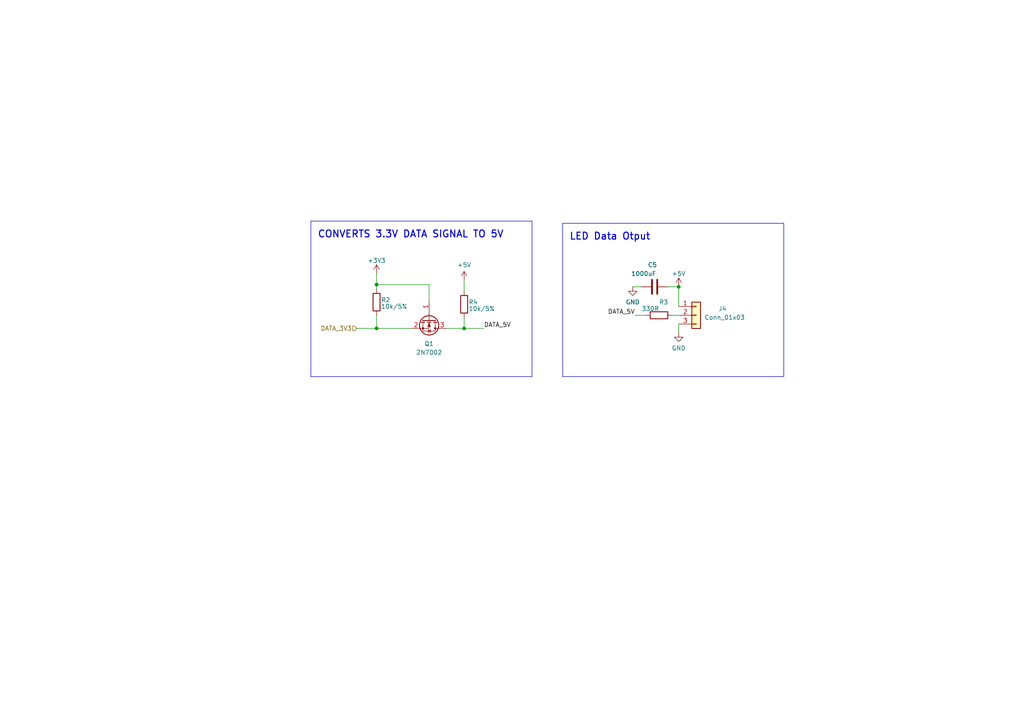
<source format=kicad_sch>
(kicad_sch (version 20230121) (generator eeschema)

  (uuid bbfa9207-5a38-49ed-b1ac-ddd6105ef167)

  (paper "A4")

  (lib_symbols
    (symbol "Connector_Generic:Conn_01x03" (pin_names (offset 1.016) hide) (in_bom yes) (on_board yes)
      (property "Reference" "J" (at 0 5.08 0)
        (effects (font (size 1.27 1.27)))
      )
      (property "Value" "Conn_01x03" (at 0 -5.08 0)
        (effects (font (size 1.27 1.27)))
      )
      (property "Footprint" "" (at 0 0 0)
        (effects (font (size 1.27 1.27)) hide)
      )
      (property "Datasheet" "~" (at 0 0 0)
        (effects (font (size 1.27 1.27)) hide)
      )
      (property "ki_keywords" "connector" (at 0 0 0)
        (effects (font (size 1.27 1.27)) hide)
      )
      (property "ki_description" "Generic connector, single row, 01x03, script generated (kicad-library-utils/schlib/autogen/connector/)" (at 0 0 0)
        (effects (font (size 1.27 1.27)) hide)
      )
      (property "ki_fp_filters" "Connector*:*_1x??_*" (at 0 0 0)
        (effects (font (size 1.27 1.27)) hide)
      )
      (symbol "Conn_01x03_1_1"
        (rectangle (start -1.27 -2.413) (end 0 -2.667)
          (stroke (width 0.1524) (type default))
          (fill (type none))
        )
        (rectangle (start -1.27 0.127) (end 0 -0.127)
          (stroke (width 0.1524) (type default))
          (fill (type none))
        )
        (rectangle (start -1.27 2.667) (end 0 2.413)
          (stroke (width 0.1524) (type default))
          (fill (type none))
        )
        (rectangle (start -1.27 3.81) (end 1.27 -3.81)
          (stroke (width 0.254) (type default))
          (fill (type background))
        )
        (pin passive line (at -5.08 2.54 0) (length 3.81)
          (name "Pin_1" (effects (font (size 1.27 1.27))))
          (number "1" (effects (font (size 1.27 1.27))))
        )
        (pin passive line (at -5.08 0 0) (length 3.81)
          (name "Pin_2" (effects (font (size 1.27 1.27))))
          (number "2" (effects (font (size 1.27 1.27))))
        )
        (pin passive line (at -5.08 -2.54 0) (length 3.81)
          (name "Pin_3" (effects (font (size 1.27 1.27))))
          (number "3" (effects (font (size 1.27 1.27))))
        )
      )
    )
    (symbol "Device:C" (pin_numbers hide) (pin_names (offset 0.254)) (in_bom yes) (on_board yes)
      (property "Reference" "C" (at 0.635 2.54 0)
        (effects (font (size 1.27 1.27)) (justify left))
      )
      (property "Value" "C" (at 0.635 -2.54 0)
        (effects (font (size 1.27 1.27)) (justify left))
      )
      (property "Footprint" "" (at 0.9652 -3.81 0)
        (effects (font (size 1.27 1.27)) hide)
      )
      (property "Datasheet" "~" (at 0 0 0)
        (effects (font (size 1.27 1.27)) hide)
      )
      (property "ki_keywords" "cap capacitor" (at 0 0 0)
        (effects (font (size 1.27 1.27)) hide)
      )
      (property "ki_description" "Unpolarized capacitor" (at 0 0 0)
        (effects (font (size 1.27 1.27)) hide)
      )
      (property "ki_fp_filters" "C_*" (at 0 0 0)
        (effects (font (size 1.27 1.27)) hide)
      )
      (symbol "C_0_1"
        (polyline
          (pts
            (xy -2.032 -0.762)
            (xy 2.032 -0.762)
          )
          (stroke (width 0.508) (type default))
          (fill (type none))
        )
        (polyline
          (pts
            (xy -2.032 0.762)
            (xy 2.032 0.762)
          )
          (stroke (width 0.508) (type default))
          (fill (type none))
        )
      )
      (symbol "C_1_1"
        (pin passive line (at 0 3.81 270) (length 2.794)
          (name "~" (effects (font (size 1.27 1.27))))
          (number "1" (effects (font (size 1.27 1.27))))
        )
        (pin passive line (at 0 -3.81 90) (length 2.794)
          (name "~" (effects (font (size 1.27 1.27))))
          (number "2" (effects (font (size 1.27 1.27))))
        )
      )
    )
    (symbol "Device:R" (pin_numbers hide) (pin_names (offset 0)) (in_bom yes) (on_board yes)
      (property "Reference" "R" (at 2.032 0 90)
        (effects (font (size 1.27 1.27)))
      )
      (property "Value" "R" (at 0 0 90)
        (effects (font (size 1.27 1.27)))
      )
      (property "Footprint" "" (at -1.778 0 90)
        (effects (font (size 1.27 1.27)) hide)
      )
      (property "Datasheet" "~" (at 0 0 0)
        (effects (font (size 1.27 1.27)) hide)
      )
      (property "ki_keywords" "R res resistor" (at 0 0 0)
        (effects (font (size 1.27 1.27)) hide)
      )
      (property "ki_description" "Resistor" (at 0 0 0)
        (effects (font (size 1.27 1.27)) hide)
      )
      (property "ki_fp_filters" "R_*" (at 0 0 0)
        (effects (font (size 1.27 1.27)) hide)
      )
      (symbol "R_0_1"
        (rectangle (start -1.016 -2.54) (end 1.016 2.54)
          (stroke (width 0.254) (type default))
          (fill (type none))
        )
      )
      (symbol "R_1_1"
        (pin passive line (at 0 3.81 270) (length 1.27)
          (name "~" (effects (font (size 1.27 1.27))))
          (number "1" (effects (font (size 1.27 1.27))))
        )
        (pin passive line (at 0 -3.81 90) (length 1.27)
          (name "~" (effects (font (size 1.27 1.27))))
          (number "2" (effects (font (size 1.27 1.27))))
        )
      )
    )
    (symbol "Transistor_FET:2N7002" (pin_names hide) (in_bom yes) (on_board yes)
      (property "Reference" "Q" (at 5.08 1.905 0)
        (effects (font (size 1.27 1.27)) (justify left))
      )
      (property "Value" "2N7002" (at 5.08 0 0)
        (effects (font (size 1.27 1.27)) (justify left))
      )
      (property "Footprint" "Package_TO_SOT_SMD:SOT-23" (at 5.08 -1.905 0)
        (effects (font (size 1.27 1.27) italic) (justify left) hide)
      )
      (property "Datasheet" "https://www.onsemi.com/pub/Collateral/NDS7002A-D.PDF" (at 0 0 0)
        (effects (font (size 1.27 1.27)) (justify left) hide)
      )
      (property "ki_keywords" "N-Channel Switching MOSFET" (at 0 0 0)
        (effects (font (size 1.27 1.27)) hide)
      )
      (property "ki_description" "0.115A Id, 60V Vds, N-Channel MOSFET, SOT-23" (at 0 0 0)
        (effects (font (size 1.27 1.27)) hide)
      )
      (property "ki_fp_filters" "SOT?23*" (at 0 0 0)
        (effects (font (size 1.27 1.27)) hide)
      )
      (symbol "2N7002_0_1"
        (polyline
          (pts
            (xy 0.254 0)
            (xy -2.54 0)
          )
          (stroke (width 0) (type default))
          (fill (type none))
        )
        (polyline
          (pts
            (xy 0.254 1.905)
            (xy 0.254 -1.905)
          )
          (stroke (width 0.254) (type default))
          (fill (type none))
        )
        (polyline
          (pts
            (xy 0.762 -1.27)
            (xy 0.762 -2.286)
          )
          (stroke (width 0.254) (type default))
          (fill (type none))
        )
        (polyline
          (pts
            (xy 0.762 0.508)
            (xy 0.762 -0.508)
          )
          (stroke (width 0.254) (type default))
          (fill (type none))
        )
        (polyline
          (pts
            (xy 0.762 2.286)
            (xy 0.762 1.27)
          )
          (stroke (width 0.254) (type default))
          (fill (type none))
        )
        (polyline
          (pts
            (xy 2.54 2.54)
            (xy 2.54 1.778)
          )
          (stroke (width 0) (type default))
          (fill (type none))
        )
        (polyline
          (pts
            (xy 2.54 -2.54)
            (xy 2.54 0)
            (xy 0.762 0)
          )
          (stroke (width 0) (type default))
          (fill (type none))
        )
        (polyline
          (pts
            (xy 0.762 -1.778)
            (xy 3.302 -1.778)
            (xy 3.302 1.778)
            (xy 0.762 1.778)
          )
          (stroke (width 0) (type default))
          (fill (type none))
        )
        (polyline
          (pts
            (xy 1.016 0)
            (xy 2.032 0.381)
            (xy 2.032 -0.381)
            (xy 1.016 0)
          )
          (stroke (width 0) (type default))
          (fill (type outline))
        )
        (polyline
          (pts
            (xy 2.794 0.508)
            (xy 2.921 0.381)
            (xy 3.683 0.381)
            (xy 3.81 0.254)
          )
          (stroke (width 0) (type default))
          (fill (type none))
        )
        (polyline
          (pts
            (xy 3.302 0.381)
            (xy 2.921 -0.254)
            (xy 3.683 -0.254)
            (xy 3.302 0.381)
          )
          (stroke (width 0) (type default))
          (fill (type none))
        )
        (circle (center 1.651 0) (radius 2.794)
          (stroke (width 0.254) (type default))
          (fill (type none))
        )
        (circle (center 2.54 -1.778) (radius 0.254)
          (stroke (width 0) (type default))
          (fill (type outline))
        )
        (circle (center 2.54 1.778) (radius 0.254)
          (stroke (width 0) (type default))
          (fill (type outline))
        )
      )
      (symbol "2N7002_1_1"
        (pin input line (at -5.08 0 0) (length 2.54)
          (name "G" (effects (font (size 1.27 1.27))))
          (number "1" (effects (font (size 1.27 1.27))))
        )
        (pin passive line (at 2.54 -5.08 90) (length 2.54)
          (name "S" (effects (font (size 1.27 1.27))))
          (number "2" (effects (font (size 1.27 1.27))))
        )
        (pin passive line (at 2.54 5.08 270) (length 2.54)
          (name "D" (effects (font (size 1.27 1.27))))
          (number "3" (effects (font (size 1.27 1.27))))
        )
      )
    )
    (symbol "power:+3V3" (power) (pin_names (offset 0)) (in_bom yes) (on_board yes)
      (property "Reference" "#PWR" (at 0 -3.81 0)
        (effects (font (size 1.27 1.27)) hide)
      )
      (property "Value" "+3V3" (at 0 3.556 0)
        (effects (font (size 1.27 1.27)))
      )
      (property "Footprint" "" (at 0 0 0)
        (effects (font (size 1.27 1.27)) hide)
      )
      (property "Datasheet" "" (at 0 0 0)
        (effects (font (size 1.27 1.27)) hide)
      )
      (property "ki_keywords" "global power" (at 0 0 0)
        (effects (font (size 1.27 1.27)) hide)
      )
      (property "ki_description" "Power symbol creates a global label with name \"+3V3\"" (at 0 0 0)
        (effects (font (size 1.27 1.27)) hide)
      )
      (symbol "+3V3_0_1"
        (polyline
          (pts
            (xy -0.762 1.27)
            (xy 0 2.54)
          )
          (stroke (width 0) (type default))
          (fill (type none))
        )
        (polyline
          (pts
            (xy 0 0)
            (xy 0 2.54)
          )
          (stroke (width 0) (type default))
          (fill (type none))
        )
        (polyline
          (pts
            (xy 0 2.54)
            (xy 0.762 1.27)
          )
          (stroke (width 0) (type default))
          (fill (type none))
        )
      )
      (symbol "+3V3_1_1"
        (pin power_in line (at 0 0 90) (length 0) hide
          (name "+3V3" (effects (font (size 1.27 1.27))))
          (number "1" (effects (font (size 1.27 1.27))))
        )
      )
    )
    (symbol "power:+5V" (power) (pin_names (offset 0)) (in_bom yes) (on_board yes)
      (property "Reference" "#PWR" (at 0 -3.81 0)
        (effects (font (size 1.27 1.27)) hide)
      )
      (property "Value" "+5V" (at 0 3.556 0)
        (effects (font (size 1.27 1.27)))
      )
      (property "Footprint" "" (at 0 0 0)
        (effects (font (size 1.27 1.27)) hide)
      )
      (property "Datasheet" "" (at 0 0 0)
        (effects (font (size 1.27 1.27)) hide)
      )
      (property "ki_keywords" "global power" (at 0 0 0)
        (effects (font (size 1.27 1.27)) hide)
      )
      (property "ki_description" "Power symbol creates a global label with name \"+5V\"" (at 0 0 0)
        (effects (font (size 1.27 1.27)) hide)
      )
      (symbol "+5V_0_1"
        (polyline
          (pts
            (xy -0.762 1.27)
            (xy 0 2.54)
          )
          (stroke (width 0) (type default))
          (fill (type none))
        )
        (polyline
          (pts
            (xy 0 0)
            (xy 0 2.54)
          )
          (stroke (width 0) (type default))
          (fill (type none))
        )
        (polyline
          (pts
            (xy 0 2.54)
            (xy 0.762 1.27)
          )
          (stroke (width 0) (type default))
          (fill (type none))
        )
      )
      (symbol "+5V_1_1"
        (pin power_in line (at 0 0 90) (length 0) hide
          (name "+5V" (effects (font (size 1.27 1.27))))
          (number "1" (effects (font (size 1.27 1.27))))
        )
      )
    )
    (symbol "power:GND" (power) (pin_names (offset 0)) (in_bom yes) (on_board yes)
      (property "Reference" "#PWR" (at 0 -6.35 0)
        (effects (font (size 1.27 1.27)) hide)
      )
      (property "Value" "GND" (at 0 -3.81 0)
        (effects (font (size 1.27 1.27)))
      )
      (property "Footprint" "" (at 0 0 0)
        (effects (font (size 1.27 1.27)) hide)
      )
      (property "Datasheet" "" (at 0 0 0)
        (effects (font (size 1.27 1.27)) hide)
      )
      (property "ki_keywords" "global power" (at 0 0 0)
        (effects (font (size 1.27 1.27)) hide)
      )
      (property "ki_description" "Power symbol creates a global label with name \"GND\" , ground" (at 0 0 0)
        (effects (font (size 1.27 1.27)) hide)
      )
      (symbol "GND_0_1"
        (polyline
          (pts
            (xy 0 0)
            (xy 0 -1.27)
            (xy 1.27 -1.27)
            (xy 0 -2.54)
            (xy -1.27 -1.27)
            (xy 0 -1.27)
          )
          (stroke (width 0) (type default))
          (fill (type none))
        )
      )
      (symbol "GND_1_1"
        (pin power_in line (at 0 0 270) (length 0) hide
          (name "GND" (effects (font (size 1.27 1.27))))
          (number "1" (effects (font (size 1.27 1.27))))
        )
      )
    )
  )

  (junction (at 134.62 95.25) (diameter 0) (color 0 0 0 0)
    (uuid 180588dc-e1e2-4fab-98bd-23546b4c599f)
  )
  (junction (at 109.22 95.25) (diameter 0) (color 0 0 0 0)
    (uuid 205ca301-8e0c-4933-8d53-1528e6072b78)
  )
  (junction (at 109.22 82.55) (diameter 0) (color 0 0 0 0)
    (uuid 30014833-27d3-473a-b70a-d4d4d25a8c22)
  )
  (junction (at 196.85 83.185) (diameter 0) (color 0 0 0 0)
    (uuid 49f5b3ee-c6f4-418f-9788-f290607faf15)
  )

  (wire (pts (xy 184.15 91.44) (xy 187.325 91.44))
    (stroke (width 0) (type default))
    (uuid 00263d84-98bc-45e9-a862-9dccdafa38ce)
  )
  (wire (pts (xy 129.54 95.25) (xy 134.62 95.25))
    (stroke (width 0) (type default))
    (uuid 06e7f269-0320-4e53-98df-b8eacb4e563a)
  )
  (wire (pts (xy 109.22 79.375) (xy 109.22 82.55))
    (stroke (width 0) (type default))
    (uuid 09f81ab3-dc51-4d8e-9b21-ea5652a51e50)
  )
  (wire (pts (xy 196.85 93.98) (xy 196.85 96.52))
    (stroke (width 0) (type default))
    (uuid 0ccaa191-b7e5-4870-ae3c-716474432bec)
  )
  (wire (pts (xy 134.62 95.25) (xy 134.62 92.075))
    (stroke (width 0) (type default))
    (uuid 2111d3ee-0c95-40a8-a34f-23db1579f25c)
  )
  (wire (pts (xy 134.62 81.28) (xy 134.62 84.455))
    (stroke (width 0) (type default))
    (uuid 232c417c-6c72-4df5-97d2-fdc2e9ac7147)
  )
  (wire (pts (xy 103.505 95.25) (xy 109.22 95.25))
    (stroke (width 0) (type default))
    (uuid 38b23a66-9702-4e1b-8e2e-d9d03723f6d6)
  )
  (wire (pts (xy 109.22 91.44) (xy 109.22 95.25))
    (stroke (width 0) (type default))
    (uuid 493917b3-3ff3-4a53-8ce5-b606c638fbba)
  )
  (polyline (pts (xy 163.195 64.77) (xy 227.33 64.77))
    (stroke (width 0) (type default))
    (uuid 4b150acb-ed44-4c47-8903-c0db9d18d88c)
  )
  (polyline (pts (xy 90.17 64.135) (xy 90.17 109.22))
    (stroke (width 0) (type default))
    (uuid 520a4262-f2e3-45ff-9dc0-856ddaeea6be)
  )
  (polyline (pts (xy 154.305 109.22) (xy 90.17 109.22))
    (stroke (width 0) (type default))
    (uuid 55842ba7-6998-45b7-8cb4-4652fa3b09f0)
  )

  (wire (pts (xy 124.46 82.55) (xy 124.46 87.63))
    (stroke (width 0) (type default))
    (uuid 5867469c-20ef-46b5-bea7-48e996ade232)
  )
  (wire (pts (xy 196.85 83.185) (xy 196.85 88.9))
    (stroke (width 0) (type default))
    (uuid 59f37e9c-1e93-4be2-a69d-b91cebaf207e)
  )
  (wire (pts (xy 183.515 83.185) (xy 186.055 83.185))
    (stroke (width 0) (type default))
    (uuid 5c40ee8d-a695-48d9-b4ad-ab9fc7df4613)
  )
  (wire (pts (xy 109.22 82.55) (xy 124.46 82.55))
    (stroke (width 0) (type default))
    (uuid 78d04734-42af-47d2-837d-3498f91aa2b8)
  )
  (polyline (pts (xy 163.195 64.77) (xy 163.195 109.22))
    (stroke (width 0) (type default))
    (uuid 7ef50864-4757-4145-9445-0f2624312dd0)
  )
  (polyline (pts (xy 90.17 64.135) (xy 154.305 64.135))
    (stroke (width 0) (type default))
    (uuid 856414d9-6d0c-47b1-9415-f540e07dc31f)
  )
  (polyline (pts (xy 227.33 64.77) (xy 227.33 109.22))
    (stroke (width 0) (type default))
    (uuid 87e2bdc9-66c7-468a-ab4a-132b9c05d8ed)
  )

  (wire (pts (xy 140.335 95.25) (xy 134.62 95.25))
    (stroke (width 0) (type default))
    (uuid 91bf1492-4bde-42b1-b105-aa7822c00974)
  )
  (polyline (pts (xy 154.305 64.135) (xy 154.305 109.22))
    (stroke (width 0) (type default))
    (uuid a656bf7a-fa39-4689-8d7b-3218bb4a7446)
  )

  (wire (pts (xy 196.85 91.44) (xy 194.945 91.44))
    (stroke (width 0) (type default))
    (uuid a942caf0-6a88-4992-a49c-9e936716fc37)
  )
  (wire (pts (xy 109.22 82.55) (xy 109.22 83.82))
    (stroke (width 0) (type default))
    (uuid bab3d7ac-7ca6-471b-b668-2336226fd078)
  )
  (wire (pts (xy 193.675 83.185) (xy 196.85 83.185))
    (stroke (width 0) (type default))
    (uuid cae05e1b-ba5e-48ea-8213-713efaee4ab9)
  )
  (polyline (pts (xy 227.33 109.22) (xy 163.195 109.22))
    (stroke (width 0) (type default))
    (uuid d6532b34-e159-4b5d-99d3-37fddde15400)
  )

  (wire (pts (xy 109.22 95.25) (xy 119.38 95.25))
    (stroke (width 0) (type default))
    (uuid dd272df5-7889-4e54-9941-8812a8682a80)
  )

  (text "CONVERTS 3.3V DATA SIGNAL TO 5V" (at 92.075 69.215 0)
    (effects (font (size 2 2) (thickness 0.3) bold) (justify left bottom))
    (uuid 5f0c70c9-50e5-4d1c-ac57-cc629ce60406)
  )
  (text "LED Data Otput" (at 165.1 69.85 0)
    (effects (font (size 2 2) (thickness 0.3) bold) (justify left bottom))
    (uuid ef5b838a-133a-4f15-87b6-07f25eddbe54)
  )

  (label "DATA_5V" (at 184.15 91.44 180) (fields_autoplaced)
    (effects (font (size 1.27 1.27)) (justify right bottom))
    (uuid 2c4672e4-d1fe-4526-ae7f-e46039acf0e9)
  )
  (label "DATA_5V" (at 140.335 95.25 0) (fields_autoplaced)
    (effects (font (size 1.27 1.27)) (justify left bottom))
    (uuid ba30231a-abf9-4a32-b062-1be35b9a496e)
  )

  (hierarchical_label "DATA_3V3" (shape input) (at 103.505 95.25 180) (fields_autoplaced)
    (effects (font (size 1.27 1.27)) (justify right))
    (uuid f9f72740-2e8c-46d5-9fe2-49bcacd1f7ca)
  )

  (symbol (lib_id "Device:R") (at 191.135 91.44 270) (mirror x) (unit 1)
    (in_bom yes) (on_board yes) (dnp no)
    (uuid 00b3a3b9-fcd7-4f31-bc5d-11c1d8f2c75c)
    (property "Reference" "R3" (at 191.135 87.63 90)
      (effects (font (size 1.27 1.27)) (justify left))
    )
    (property "Value" "330R" (at 186.055 89.535 90)
      (effects (font (size 1.27 1.27)) (justify left))
    )
    (property "Footprint" "Resistor_SMD:R_0603_1608Metric" (at 191.135 93.218 90)
      (effects (font (size 1.27 1.27)) hide)
    )
    (property "Datasheet" "~" (at 191.135 91.44 0)
      (effects (font (size 1.27 1.27)) hide)
    )
    (property "Vendor" "JLCPCB" (at 191.135 91.44 0)
      (effects (font (size 1.27 1.27)) hide)
    )
    (property "MPN" "0603WAF3300T5E" (at 191.135 91.44 0)
      (effects (font (size 1.27 1.27)) hide)
    )
    (pin "1" (uuid 26611a92-18c1-42ef-8c15-36242ee677aa))
    (pin "2" (uuid 0d8e2d56-7b6c-436c-858f-1e1ffe37fedf))
    (instances
      (project "MoodLamp"
        (path "/e63e39d7-6ac0-4ffd-8aa3-1841a4541b55"
          (reference "R3") (unit 1)
        )
        (path "/e63e39d7-6ac0-4ffd-8aa3-1841a4541b55/032f2ca1-9d1b-487a-bf50-5e7532767389"
          (reference "R3") (unit 1)
        )
      )
    )
  )

  (symbol (lib_id "Device:R") (at 109.22 87.63 0) (unit 1)
    (in_bom yes) (on_board yes) (dnp no)
    (uuid 01e44f70-ddbf-49f4-82fd-a21e20f2f82d)
    (property "Reference" "R2" (at 110.49 86.995 0)
      (effects (font (size 1.27 1.27)) (justify left))
    )
    (property "Value" "10k/5%" (at 110.49 88.9 0)
      (effects (font (size 1.27 1.27)) (justify left))
    )
    (property "Footprint" "Resistor_SMD:R_0603_1608Metric" (at 107.442 87.63 90)
      (effects (font (size 1.27 1.27)) hide)
    )
    (property "Datasheet" "~" (at 109.22 87.63 0)
      (effects (font (size 1.27 1.27)) hide)
    )
    (property "Vendor" "JLCPCB" (at 109.22 87.63 0)
      (effects (font (size 1.27 1.27)) hide)
    )
    (property "MPN" "0603WAF1002T5E" (at 109.22 87.63 0)
      (effects (font (size 1.27 1.27)) hide)
    )
    (pin "1" (uuid 71a899a6-5b34-4fc2-98b4-f365111d23fb))
    (pin "2" (uuid 4a82a219-83ec-4ac7-b48a-f7bfc89d9bb6))
    (instances
      (project "MoodLamp"
        (path "/e63e39d7-6ac0-4ffd-8aa3-1841a4541b55"
          (reference "R2") (unit 1)
        )
        (path "/e63e39d7-6ac0-4ffd-8aa3-1841a4541b55/032f2ca1-9d1b-487a-bf50-5e7532767389"
          (reference "R2") (unit 1)
        )
      )
    )
  )

  (symbol (lib_id "power:+5V") (at 134.62 81.28 0) (unit 1)
    (in_bom yes) (on_board yes) (dnp no)
    (uuid 178a2230-ece1-4d15-b8ca-68052a640e97)
    (property "Reference" "#PWR011" (at 134.62 85.09 0)
      (effects (font (size 1.27 1.27)) hide)
    )
    (property "Value" "+5V" (at 134.62 76.835 0)
      (effects (font (size 1.27 1.27)))
    )
    (property "Footprint" "" (at 134.62 81.28 0)
      (effects (font (size 1.27 1.27)) hide)
    )
    (property "Datasheet" "" (at 134.62 81.28 0)
      (effects (font (size 1.27 1.27)) hide)
    )
    (pin "1" (uuid 068b1c2b-aa85-44fb-abae-9a503bb9a8fa))
    (instances
      (project "MoodLamp"
        (path "/e63e39d7-6ac0-4ffd-8aa3-1841a4541b55"
          (reference "#PWR011") (unit 1)
        )
        (path "/e63e39d7-6ac0-4ffd-8aa3-1841a4541b55/032f2ca1-9d1b-487a-bf50-5e7532767389"
          (reference "#PWR020") (unit 1)
        )
      )
    )
  )

  (symbol (lib_id "power:GND") (at 183.515 83.185 0) (mirror y) (unit 1)
    (in_bom yes) (on_board yes) (dnp no) (fields_autoplaced)
    (uuid 20565c21-311c-4ab4-90ac-f450d9ec566b)
    (property "Reference" "#PWR010" (at 183.515 89.535 0)
      (effects (font (size 1.27 1.27)) hide)
    )
    (property "Value" "GND" (at 183.515 87.63 0)
      (effects (font (size 1.27 1.27)))
    )
    (property "Footprint" "" (at 183.515 83.185 0)
      (effects (font (size 1.27 1.27)) hide)
    )
    (property "Datasheet" "" (at 183.515 83.185 0)
      (effects (font (size 1.27 1.27)) hide)
    )
    (pin "1" (uuid 94de6d98-4b1f-47c3-8b1f-f5a00281d3bb))
    (instances
      (project "MoodLamp"
        (path "/e63e39d7-6ac0-4ffd-8aa3-1841a4541b55"
          (reference "#PWR010") (unit 1)
        )
        (path "/e63e39d7-6ac0-4ffd-8aa3-1841a4541b55/032f2ca1-9d1b-487a-bf50-5e7532767389"
          (reference "#PWR011") (unit 1)
        )
      )
    )
  )

  (symbol (lib_id "power:+3V3") (at 109.22 79.375 0) (unit 1)
    (in_bom yes) (on_board yes) (dnp no) (fields_autoplaced)
    (uuid 4b9be009-ddfc-42c4-8d56-011b6598e95d)
    (property "Reference" "#PWR016" (at 109.22 83.185 0)
      (effects (font (size 1.27 1.27)) hide)
    )
    (property "Value" "+3V3" (at 109.22 75.565 0)
      (effects (font (size 1.27 1.27)))
    )
    (property "Footprint" "" (at 109.22 79.375 0)
      (effects (font (size 1.27 1.27)) hide)
    )
    (property "Datasheet" "" (at 109.22 79.375 0)
      (effects (font (size 1.27 1.27)) hide)
    )
    (pin "1" (uuid 0e61fafb-6ce0-4a23-bdef-223bd633be21))
    (instances
      (project "MoodLamp"
        (path "/e63e39d7-6ac0-4ffd-8aa3-1841a4541b55"
          (reference "#PWR020") (unit 1)
        )
        (path "/e63e39d7-6ac0-4ffd-8aa3-1841a4541b55/032f2ca1-9d1b-487a-bf50-5e7532767389"
          (reference "#PWR08") (unit 1)
        )
      )
    )
  )

  (symbol (lib_id "Connector_Generic:Conn_01x03") (at 201.93 91.44 0) (unit 1)
    (in_bom yes) (on_board yes) (dnp no)
    (uuid 949ee6c4-2f8d-47d8-9572-f3f4ecebeae7)
    (property "Reference" "J4" (at 209.55 89.535 0)
      (effects (font (size 1.27 1.27)))
    )
    (property "Value" "Conn_01x03" (at 210.185 92.075 0)
      (effects (font (size 1.27 1.27)))
    )
    (property "Footprint" "Connector_PinHeader_2.54mm:PinHeader_1x03_P2.54mm_Vertical" (at 201.93 91.44 0)
      (effects (font (size 1.27 1.27)) hide)
    )
    (property "Datasheet" "~" (at 201.93 91.44 0)
      (effects (font (size 1.27 1.27)) hide)
    )
    (pin "1" (uuid 3c495fcd-97ab-4767-a679-4aa02957e3e8))
    (pin "2" (uuid 2b3fdabd-edae-4211-b6cb-c10c3c860b1a))
    (pin "3" (uuid 3fc2d43a-908d-417c-8ab4-d4055254d0df))
    (instances
      (project "MoodLamp"
        (path "/e63e39d7-6ac0-4ffd-8aa3-1841a4541b55"
          (reference "J4") (unit 1)
        )
        (path "/e63e39d7-6ac0-4ffd-8aa3-1841a4541b55/032f2ca1-9d1b-487a-bf50-5e7532767389"
          (reference "J4") (unit 1)
        )
      )
    )
  )

  (symbol (lib_id "Transistor_FET:2N7002") (at 124.46 92.71 270) (unit 1)
    (in_bom yes) (on_board yes) (dnp no) (fields_autoplaced)
    (uuid 990a3479-f4b4-4e14-b71f-0d076b2c11bf)
    (property "Reference" "Q1" (at 124.46 99.695 90)
      (effects (font (size 1.27 1.27)))
    )
    (property "Value" "2N7002" (at 124.46 102.235 90)
      (effects (font (size 1.27 1.27)))
    )
    (property "Footprint" "Package_TO_SOT_SMD:SOT-23" (at 122.555 97.79 0)
      (effects (font (size 1.27 1.27) italic) (justify left) hide)
    )
    (property "Datasheet" "https://www.onsemi.com/pub/Collateral/NDS7002A-D.PDF" (at 124.46 92.71 0)
      (effects (font (size 1.27 1.27)) (justify left) hide)
    )
    (property "MPN" "2N7002" (at 124.46 92.71 0)
      (effects (font (size 1.27 1.27)) hide)
    )
    (pin "1" (uuid 15fdc12c-c14e-48b7-bf01-1402fc999b07))
    (pin "2" (uuid 8adf6046-adb3-4e67-9039-9ec41ed9b422))
    (pin "3" (uuid 8eb8497f-9fb8-4342-bb24-324d5ea0d3cd))
    (instances
      (project "MoodLamp"
        (path "/e63e39d7-6ac0-4ffd-8aa3-1841a4541b55"
          (reference "Q1") (unit 1)
        )
        (path "/e63e39d7-6ac0-4ffd-8aa3-1841a4541b55/032f2ca1-9d1b-487a-bf50-5e7532767389"
          (reference "Q1") (unit 1)
        )
      )
    )
  )

  (symbol (lib_id "Device:C") (at 189.865 83.185 270) (mirror x) (unit 1)
    (in_bom yes) (on_board yes) (dnp no)
    (uuid bec5d0a4-4d57-41e5-8bc0-7735227997e9)
    (property "Reference" "C5" (at 189.23 76.835 90)
      (effects (font (size 1.27 1.27)))
    )
    (property "Value" "1000uF" (at 186.69 79.375 90)
      (effects (font (size 1.27 1.27)))
    )
    (property "Footprint" "Capacitor_THT:CP_Radial_D8.0mm_P5.00mm" (at 186.055 82.2198 0)
      (effects (font (size 1.27 1.27)) hide)
    )
    (property "Datasheet" "~" (at 189.865 83.185 0)
      (effects (font (size 1.27 1.27)) hide)
    )
    (property "Vendor" "" (at 189.865 83.185 0)
      (effects (font (size 1.27 1.27)) hide)
    )
    (property "MPN" "" (at 189.865 83.185 0)
      (effects (font (size 1.27 1.27)) hide)
    )
    (pin "1" (uuid cfc63ea0-d8ca-4c87-9f10-fb60cef798a0))
    (pin "2" (uuid 96447b72-c4e4-4953-bb05-fb0015647c79))
    (instances
      (project "MoodLamp"
        (path "/e63e39d7-6ac0-4ffd-8aa3-1841a4541b55"
          (reference "C5") (unit 1)
        )
        (path "/e63e39d7-6ac0-4ffd-8aa3-1841a4541b55/032f2ca1-9d1b-487a-bf50-5e7532767389"
          (reference "C5") (unit 1)
        )
      )
    )
  )

  (symbol (lib_id "power:GND") (at 196.85 96.52 0) (mirror y) (unit 1)
    (in_bom yes) (on_board yes) (dnp no) (fields_autoplaced)
    (uuid c4098b8c-902e-45ab-8113-afcf3fb47175)
    (property "Reference" "#PWR09" (at 196.85 102.87 0)
      (effects (font (size 1.27 1.27)) hide)
    )
    (property "Value" "GND" (at 196.85 100.965 0)
      (effects (font (size 1.27 1.27)))
    )
    (property "Footprint" "" (at 196.85 96.52 0)
      (effects (font (size 1.27 1.27)) hide)
    )
    (property "Datasheet" "" (at 196.85 96.52 0)
      (effects (font (size 1.27 1.27)) hide)
    )
    (pin "1" (uuid 7648a907-2285-4082-950a-688404b88ab4))
    (instances
      (project "MoodLamp"
        (path "/e63e39d7-6ac0-4ffd-8aa3-1841a4541b55"
          (reference "#PWR09") (unit 1)
        )
        (path "/e63e39d7-6ac0-4ffd-8aa3-1841a4541b55/032f2ca1-9d1b-487a-bf50-5e7532767389"
          (reference "#PWR010") (unit 1)
        )
      )
    )
  )

  (symbol (lib_id "Device:R") (at 134.62 88.265 0) (unit 1)
    (in_bom yes) (on_board yes) (dnp no)
    (uuid eb70eb02-7723-4cfb-8a7e-9550cc289bc3)
    (property "Reference" "R4" (at 135.89 87.63 0)
      (effects (font (size 1.27 1.27)) (justify left))
    )
    (property "Value" "10k/5%" (at 135.89 89.535 0)
      (effects (font (size 1.27 1.27)) (justify left))
    )
    (property "Footprint" "Resistor_SMD:R_0603_1608Metric" (at 132.842 88.265 90)
      (effects (font (size 1.27 1.27)) hide)
    )
    (property "Datasheet" "~" (at 134.62 88.265 0)
      (effects (font (size 1.27 1.27)) hide)
    )
    (property "Vendor" "JLCPCB" (at 134.62 88.265 0)
      (effects (font (size 1.27 1.27)) hide)
    )
    (property "MPN" "0603WAF1002T5E" (at 134.62 88.265 0)
      (effects (font (size 1.27 1.27)) hide)
    )
    (pin "1" (uuid b68dee34-a8e3-49fd-bfb1-3f83a11772e1))
    (pin "2" (uuid 50b84d20-facd-4bed-80dd-abea3808abd1))
    (instances
      (project "MoodLamp"
        (path "/e63e39d7-6ac0-4ffd-8aa3-1841a4541b55"
          (reference "R4") (unit 1)
        )
        (path "/e63e39d7-6ac0-4ffd-8aa3-1841a4541b55/032f2ca1-9d1b-487a-bf50-5e7532767389"
          (reference "R4") (unit 1)
        )
      )
    )
  )

  (symbol (lib_id "power:+5V") (at 196.85 83.185 0) (mirror y) (unit 1)
    (in_bom yes) (on_board yes) (dnp no)
    (uuid f795be12-ea1e-490f-8cde-9a1b82555003)
    (property "Reference" "#PWR08" (at 196.85 86.995 0)
      (effects (font (size 1.27 1.27)) hide)
    )
    (property "Value" "+5V" (at 196.85 79.375 0)
      (effects (font (size 1.27 1.27)))
    )
    (property "Footprint" "" (at 196.85 83.185 0)
      (effects (font (size 1.27 1.27)) hide)
    )
    (property "Datasheet" "" (at 196.85 83.185 0)
      (effects (font (size 1.27 1.27)) hide)
    )
    (pin "1" (uuid da2aa8da-8bdf-4579-8d39-8a2cc12d31cb))
    (instances
      (project "MoodLamp"
        (path "/e63e39d7-6ac0-4ffd-8aa3-1841a4541b55"
          (reference "#PWR08") (unit 1)
        )
        (path "/e63e39d7-6ac0-4ffd-8aa3-1841a4541b55/032f2ca1-9d1b-487a-bf50-5e7532767389"
          (reference "#PWR09") (unit 1)
        )
      )
    )
  )
)

</source>
